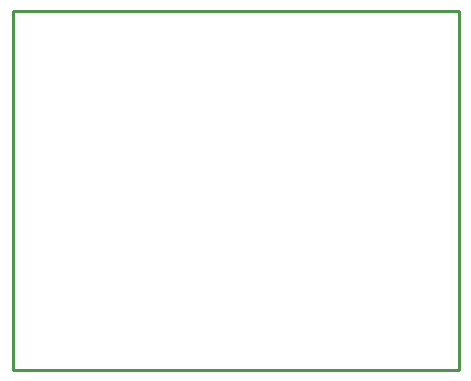
<source format=gbr>
G04 EAGLE Gerber RS-274X export*
G75*
%MOMM*%
%FSLAX34Y34*%
%LPD*%
%IN*%
%IPPOS*%
%AMOC8*
5,1,8,0,0,1.08239X$1,22.5*%
G01*
%ADD10C,0.254000*%


D10*
X444500Y215900D02*
X822200Y215900D01*
X822200Y520600D01*
X444500Y520600D01*
X444500Y215900D01*
M02*

</source>
